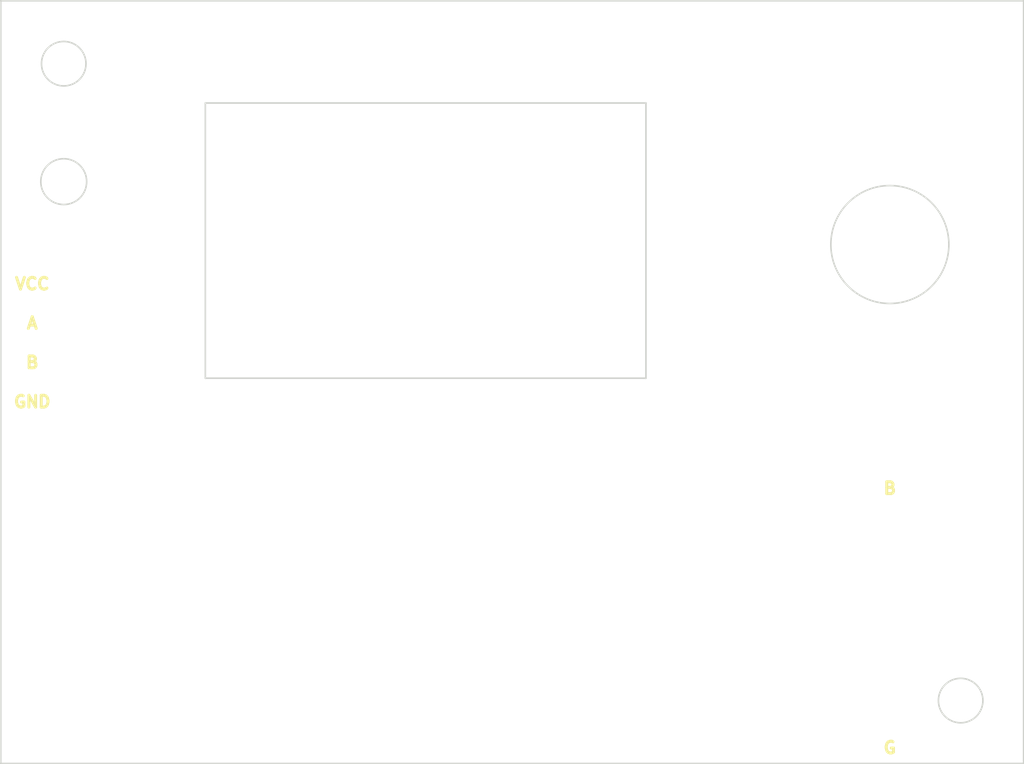
<source format=kicad_pcb>
(kicad_pcb (version 3) (host pcbnew "(2013-07-07 BZR 4022)-stable")

  (general
    (links 0)
    (no_connects 0)
    (area 222.949999 130.6364 291.529863 185.550001)
    (thickness 1.6)
    (drawings 18)
    (tracks 197)
    (zones 0)
    (modules 0)
    (nets 1)
  )

  (page A3)
  (layers
    (15 F.Cu signal hide)
    (0 B.Cu signal hide)
    (16 B.Adhes user)
    (17 F.Adhes user)
    (18 B.Paste user)
    (19 F.Paste user)
    (20 B.SilkS user)
    (21 F.SilkS user)
    (22 B.Mask user hide)
    (23 F.Mask user hide)
    (24 Dwgs.User user)
    (25 Cmts.User user)
    (26 Eco1.User user)
    (27 Eco2.User user)
    (28 Edge.Cuts user)
  )

  (setup
    (last_trace_width 0.254)
    (trace_clearance 0.254)
    (zone_clearance 0.508)
    (zone_45_only no)
    (trace_min 0.254)
    (segment_width 0.2)
    (edge_width 0.1)
    (via_size 0.889)
    (via_drill 0.635)
    (via_min_size 0.889)
    (via_min_drill 0.508)
    (uvia_size 0.508)
    (uvia_drill 0.127)
    (uvias_allowed no)
    (uvia_min_size 0.508)
    (uvia_min_drill 0.127)
    (pcb_text_width 0.3)
    (pcb_text_size 1.5 1.5)
    (mod_edge_width 0.15)
    (mod_text_size 1 1)
    (mod_text_width 0.15)
    (pad_size 3.5 3.5)
    (pad_drill 2.75)
    (pad_to_mask_clearance 0)
    (aux_axis_origin 0 0)
    (visible_elements 7FFE7BCF)
    (pcbplotparams
      (layerselection 268435456)
      (usegerberextensions false)
      (excludeedgelayer true)
      (linewidth 0.150000)
      (plotframeref false)
      (viasonmask false)
      (mode 1)
      (useauxorigin false)
      (hpglpennumber 1)
      (hpglpenspeed 20)
      (hpglpendiameter 15)
      (hpglpenoverlay 2)
      (psnegative false)
      (psa4output false)
      (plotreference true)
      (plotvalue true)
      (plotothertext true)
      (plotinvisibletext false)
      (padsonsilk false)
      (subtractmaskfromsilk false)
      (outputformat 5)
      (mirror false)
      (drillshape 0)
      (scaleselection 1)
      (outputdirectory case/))
  )

  (net 0 "")

  (net_class Default "This is the default net class."
    (clearance 0.254)
    (trace_width 0.254)
    (via_dia 0.889)
    (via_drill 0.635)
    (uvia_dia 0.508)
    (uvia_drill 0.127)
    (add_net "")
  )

  (gr_line (start 13 24) (end 13 6.5) (angle 90) (layer Edge.Cuts) (width 0.1))
  (gr_line (start 41 24) (end 13 24) (angle 90) (layer Edge.Cuts) (width 0.1))
  (gr_line (start 41 6.5) (end 41 24) (angle 90) (layer Edge.Cuts) (width 0.1))
  (gr_line (start 13 6.5) (end 41 6.5) (angle 90) (layer Edge.Cuts) (width 0.1))
  (gr_circle (center 56.5 15.5) (end 59.5 17.75) (layer Edge.Cuts) (width 0.1))
  (gr_circle (center 4 11.5) (end 5.25 12.25) (layer Edge.Cuts) (width 0.1))
  (gr_circle (center 61 44.5) (end 62 45.5) (layer Edge.Cuts) (width 0.1))
  (gr_circle (center 4 4) (end 5 5) (layer Edge.Cuts) (width 0.1))
  (gr_text G (at 56.5 47.5) (layer F.SilkS)
    (effects (font (size 0.75 0.75) (thickness 0.1875)))
  )
  (gr_text B (at 56.5 31) (layer F.SilkS)
    (effects (font (size 0.75 0.75) (thickness 0.1875)))
  )
  (gr_text GND (at 2 25.5) (layer F.SilkS)
    (effects (font (size 0.75 0.75) (thickness 0.1875)))
  )
  (gr_text B (at 2 23) (layer F.SilkS)
    (effects (font (size 0.75 0.75) (thickness 0.1875)))
  )
  (gr_text A (at 2 20.5) (layer F.SilkS)
    (effects (font (size 0.75 0.75) (thickness 0.1875)))
  )
  (gr_text VCC (at 2 18) (layer F.SilkS)
    (effects (font (size 0.75 0.75) (thickness 0.1875)))
  )
  (gr_line (start 0 48.5) (end 0 0) (angle 90) (layer Edge.Cuts) (width 0.1))
  (gr_line (start 65 48.5) (end 0 48.5) (angle 90) (layer Edge.Cuts) (width 0.1))
  (gr_line (start 65 0) (end 65 48.5) (angle 90) (layer Edge.Cuts) (width 0.1))
  (gr_line (start 0 0) (end 65 0) (angle 90) (layer Edge.Cuts) (width 0.1))

  (segment (start 258.8027 139.103) (end 276.96 139.103) (width 0.254) (layer F.Cu) (net 0))
  (segment (start 257.4933 140.4124) (end 258.8027 139.103) (width 0.254) (layer F.Cu) (net 0))
  (segment (start 257.4933 141.127) (end 257.4933 140.4124) (width 0.254) (layer F.Cu) (net 0))
  (segment (start 256.35 141.127) (end 257.4933 141.127) (width 0.254) (layer F.Cu) (net 0))
  (segment (start 281.9994 145.4998) (end 280.9946 145.4998) (width 0.254) (layer F.Cu) (net 0))
  (segment (start 258.89 140.873) (end 260.0333 140.873) (width 0.254) (layer F.Cu) (net 0))
  (segment (start 280.8823 140.2607) (end 282.04 139.103) (width 0.254) (layer F.Cu) (net 0))
  (segment (start 280.8823 145.4998) (end 280.8823 140.2607) (width 0.254) (layer F.Cu) (net 0))
  (segment (start 280.8823 145.4998) (end 280.9946 145.4998) (width 0.254) (layer F.Cu) (net 0))
  (segment (start 279.8702 146.5119) (end 280.8823 145.4998) (width 0.254) (layer F.Cu) (net 0))
  (segment (start 276.758 143.3997) (end 279.8702 146.5119) (width 0.254) (layer F.Cu) (net 0))
  (segment (start 262.56 143.3997) (end 276.758 143.3997) (width 0.254) (layer F.Cu) (net 0))
  (segment (start 260.0333 140.873) (end 262.56 143.3997) (width 0.254) (layer F.Cu) (net 0))
  (segment (start 279.8702 158.2495) (end 279.5 158.6197) (width 0.254) (layer F.Cu) (net 0))
  (segment (start 279.8702 146.5119) (end 279.8702 158.2495) (width 0.254) (layer F.Cu) (net 0))
  (segment (start 279.5 160.0006) (end 279.5 158.6197) (width 0.254) (layer F.Cu) (net 0))
  (segment (start 256.35 141.127) (end 255.2067 141.127) (width 0.254) (layer B.Cu) (net 0))
  (segment (start 227.373 155.19) (end 228.9812 155.19) (width 0.254) (layer B.Cu) (net 0))
  (segment (start 237.1048 155.19) (end 228.9812 155.19) (width 0.254) (layer B.Cu) (net 0))
  (segment (start 237.1048 155.1899) (end 237.1048 155.19) (width 0.254) (layer B.Cu) (net 0))
  (segment (start 241.644 155.1899) (end 237.1048 155.1899) (width 0.254) (layer B.Cu) (net 0))
  (segment (start 255.2067 141.6272) (end 241.644 155.1899) (width 0.254) (layer B.Cu) (net 0))
  (segment (start 255.2067 141.127) (end 255.2067 141.6272) (width 0.254) (layer B.Cu) (net 0))
  (segment (start 237.1048 175.6252) (end 236.73 176) (width 0.254) (layer B.Cu) (net 0))
  (segment (start 237.1048 155.19) (end 237.1048 175.6252) (width 0.254) (layer B.Cu) (net 0))
  (segment (start 251.27 168.38) (end 251.27 170.0682) (width 0.254) (layer F.Cu) (net 0))
  (segment (start 248.73 183.62) (end 248.73 181.9318) (width 0.254) (layer F.Cu) (net 0))
  (segment (start 251.27 168.38) (end 251.27 166.6918) (width 0.254) (layer F.Cu) (net 0))
  (segment (start 248.2854 166.6918) (end 251.27 166.6918) (width 0.254) (layer F.Cu) (net 0))
  (segment (start 247.46 167.5172) (end 248.2854 166.6918) (width 0.254) (layer F.Cu) (net 0))
  (segment (start 247.46 170.627) (end 247.46 167.5172) (width 0.254) (layer F.Cu) (net 0))
  (segment (start 243.1861 174.9009) (end 247.46 170.627) (width 0.254) (layer F.Cu) (net 0))
  (segment (start 237.8291 174.9009) (end 243.1861 174.9009) (width 0.254) (layer F.Cu) (net 0))
  (segment (start 236.73 176) (end 237.8291 174.9009) (width 0.254) (layer F.Cu) (net 0))
  (segment (start 244 177.2018) (end 248.73 181.9318) (width 0.254) (layer F.Cu) (net 0))
  (segment (start 244 175.7148) (end 244 177.2018) (width 0.254) (layer F.Cu) (net 0))
  (segment (start 243.1861 174.9009) (end 244 175.7148) (width 0.254) (layer F.Cu) (net 0))
  (segment (start 275.92 174.88) (end 279.373 174.88) (width 0.254) (layer F.Cu) (net 0))
  (segment (start 272 178.8) (end 275.92 174.88) (width 0.254) (layer F.Cu) (net 0))
  (segment (start 271.424 179.376) (end 272 178.8) (width 0.254) (layer F.Cu) (net 0))
  (segment (start 265.9543 179.376) (end 271.424 179.376) (width 0.254) (layer F.Cu) (net 0))
  (segment (start 258.1436 171.5653) (end 265.9543 179.376) (width 0.254) (layer F.Cu) (net 0))
  (segment (start 252.7671 171.5653) (end 258.1436 171.5653) (width 0.254) (layer F.Cu) (net 0))
  (segment (start 251.27 170.0682) (end 252.7671 171.5653) (width 0.254) (layer F.Cu) (net 0))
  (via (at 266.2963 178.5502) (size 0.889) (layers F.Cu B.Cu) (net 0))
  (segment (start 224.7394 151.7512) (end 224.7394 145.2488) (width 0.254) (layer B.Cu) (net 0))
  (segment (start 266.51 178.7639) (end 266.2963 178.5502) (width 0.254) (layer B.Cu) (net 0))
  (segment (start 266.51 183.62) (end 266.51 178.7639) (width 0.254) (layer B.Cu) (net 0))
  (segment (start 257.8143 170.0682) (end 266.2963 178.5502) (width 0.254) (layer F.Cu) (net 0))
  (segment (start 255.9166 170.0682) (end 257.8143 170.0682) (width 0.254) (layer F.Cu) (net 0))
  (segment (start 255.08 169.2316) (end 255.9166 170.0682) (width 0.254) (layer F.Cu) (net 0))
  (segment (start 255.08 167.5137) (end 255.08 169.2316) (width 0.254) (layer F.Cu) (net 0))
  (segment (start 241.4652 153.8989) (end 255.08 167.5137) (width 0.254) (layer F.Cu) (net 0))
  (segment (start 226.8871 153.8989) (end 241.4652 153.8989) (width 0.254) (layer F.Cu) (net 0))
  (segment (start 224.7394 151.7512) (end 226.8871 153.8989) (width 0.254) (layer F.Cu) (net 0))
  (segment (start 277.0006 160.0006) (end 278.1325 160.0006) (width 0.254) (layer F.Cu) (net 0))
  (segment (start 263.97 183.62) (end 263.97 181.9318) (width 0.254) (layer F.Cu) (net 0))
  (segment (start 278.1325 161.1325) (end 278.1325 160.0006) (width 0.254) (layer F.Cu) (net 0))
  (segment (start 280.9523 163.9523) (end 278.1325 161.1325) (width 0.254) (layer F.Cu) (net 0))
  (segment (start 280.9523 183.0639) (end 280.9523 163.9523) (width 0.254) (layer F.Cu) (net 0))
  (segment (start 280.1882 183.828) (end 280.9523 183.0639) (width 0.254) (layer F.Cu) (net 0))
  (segment (start 278.5224 183.828) (end 280.1882 183.828) (width 0.254) (layer F.Cu) (net 0))
  (segment (start 276.6262 181.9318) (end 278.5224 183.828) (width 0.254) (layer F.Cu) (net 0))
  (segment (start 263.97 181.9318) (end 276.6262 181.9318) (width 0.254) (layer F.Cu) (net 0))
  (segment (start 261.43 183.62) (end 261.43 181.9318) (width 0.254) (layer B.Cu) (net 0))
  (segment (start 279.373 179.6387) (end 279.373 179.96) (width 0.254) (layer B.Cu) (net 0))
  (segment (start 281.9994 177.0123) (end 279.373 179.6387) (width 0.254) (layer B.Cu) (net 0))
  (segment (start 281.9994 160.0006) (end 281.9994 177.0123) (width 0.254) (layer B.Cu) (net 0))
  (segment (start 277.4151 177.6808) (end 279.373 179.6387) (width 0.254) (layer B.Cu) (net 0))
  (segment (start 265.681 177.6808) (end 277.4151 177.6808) (width 0.254) (layer B.Cu) (net 0))
  (segment (start 261.43 181.9318) (end 265.681 177.6808) (width 0.254) (layer B.Cu) (net 0))
  (via (at 263.117 151.8314) (size 0.889) (layers F.Cu B.Cu) (net 0))
  (segment (start 232.3851 181.9318) (end 230.95 181.9318) (width 0.254) (layer B.Cu) (net 0))
  (segment (start 238 176.3169) (end 232.3851 181.9318) (width 0.254) (layer B.Cu) (net 0))
  (segment (start 238 175.7024) (end 238 176.3169) (width 0.254) (layer B.Cu) (net 0))
  (segment (start 243.6341 170.0683) (end 238 175.7024) (width 0.254) (layer B.Cu) (net 0))
  (segment (start 246.6538 170.0683) (end 243.6341 170.0683) (width 0.254) (layer B.Cu) (net 0))
  (segment (start 247.46 169.2621) (end 246.6538 170.0683) (width 0.254) (layer B.Cu) (net 0))
  (segment (start 247.46 167.4884) (end 247.46 169.2621) (width 0.254) (layer B.Cu) (net 0))
  (segment (start 263.117 151.8314) (end 247.46 167.4884) (width 0.254) (layer B.Cu) (net 0))
  (segment (start 269.5371 151.8314) (end 263.117 151.8314) (width 0.254) (layer F.Cu) (net 0))
  (segment (start 275.8687 145.4998) (end 269.5371 151.8314) (width 0.254) (layer F.Cu) (net 0))
  (segment (start 230.95 183.62) (end 230.95 181.9318) (width 0.254) (layer B.Cu) (net 0))
  (segment (start 277.0006 145.4998) (end 275.8687 145.4998) (width 0.254) (layer F.Cu) (net 0))
  (segment (start 279.5 169.673) (end 279.373 169.8) (width 0.254) (layer B.Cu) (net 0))
  (segment (start 279.5 160.0006) (end 279.5 169.673) (width 0.254) (layer B.Cu) (net 0))
  (segment (start 229.2606 145.2488) (end 229.2606 151.7512) (width 0.254) (layer F.Cu) (net 0))
  (segment (start 227.627 162.81) (end 227.627 163.9533) (width 0.254) (layer F.Cu) (net 0))
  (segment (start 228.6556 163.9533) (end 227.627 163.9533) (width 0.254) (layer F.Cu) (net 0))
  (segment (start 232.3998 167.6975) (end 228.6556 163.9533) (width 0.254) (layer F.Cu) (net 0))
  (segment (start 232.3998 173.2056) (end 232.3998 167.6975) (width 0.254) (layer F.Cu) (net 0))
  (segment (start 236.3037 177.1095) (end 232.3998 173.2056) (width 0.254) (layer F.Cu) (net 0))
  (segment (start 238.1605 177.1095) (end 236.3037 177.1095) (width 0.254) (layer F.Cu) (net 0))
  (segment (start 239.27 176) (end 238.1605 177.1095) (width 0.254) (layer F.Cu) (net 0))
  (segment (start 248.73 168.38) (end 248.73 169.9411) (width 0.254) (layer B.Cu) (net 0))
  (segment (start 243.0242 172.2458) (end 239.27 176) (width 0.254) (layer B.Cu) (net 0))
  (segment (start 246.4253 172.2458) (end 243.0242 172.2458) (width 0.254) (layer B.Cu) (net 0))
  (segment (start 248.73 169.9411) (end 246.4253 172.2458) (width 0.254) (layer B.Cu) (net 0))
  (segment (start 254.6618 176) (end 256.5 176) (width 0.254) (layer F.Cu) (net 0))
  (segment (start 248.73 170.0682) (end 254.6618 176) (width 0.254) (layer F.Cu) (net 0))
  (segment (start 248.73 168.38) (end 248.73 170.0682) (width 0.254) (layer F.Cu) (net 0))
  (segment (start 279.627 170.054) (end 279.627 172.34) (width 0.254) (layer B.Cu) (net 0))
  (segment (start 279.373 169.8) (end 279.627 170.054) (width 0.254) (layer B.Cu) (net 0))
  (segment (start 251.27 176.8217) (end 251.27 183.62) (width 0.254) (layer B.Cu) (net 0))
  (segment (start 255.9656 172.1261) (end 251.27 176.8217) (width 0.254) (layer B.Cu) (net 0))
  (segment (start 257.0376 172.1261) (end 255.9656 172.1261) (width 0.254) (layer B.Cu) (net 0))
  (segment (start 257.8713 172.9598) (end 257.0376 172.1261) (width 0.254) (layer B.Cu) (net 0))
  (segment (start 257.8713 175.2163) (end 257.8713 172.9598) (width 0.254) (layer B.Cu) (net 0))
  (segment (start 276.7507 175.2163) (end 257.8713 175.2163) (width 0.254) (layer B.Cu) (net 0))
  (segment (start 279.627 172.34) (end 276.7507 175.2163) (width 0.254) (layer B.Cu) (net 0))
  (segment (start 257.2837 175.2163) (end 256.5 176) (width 0.254) (layer B.Cu) (net 0))
  (segment (start 257.8713 175.2163) (end 257.2837 175.2163) (width 0.254) (layer B.Cu) (net 0))
  (segment (start 228.1404 161.6667) (end 227.627 161.6667) (width 0.254) (layer B.Cu) (net 0))
  (segment (start 228.9925 160.8146) (end 228.1404 161.6667) (width 0.254) (layer B.Cu) (net 0))
  (segment (start 228.9925 157.2147) (end 228.9925 160.8146) (width 0.254) (layer B.Cu) (net 0))
  (segment (start 228.2378 156.46) (end 228.9925 157.2147) (width 0.254) (layer B.Cu) (net 0))
  (segment (start 226.778 156.46) (end 228.2378 156.46) (width 0.254) (layer B.Cu) (net 0))
  (segment (start 225.9913 155.6733) (end 226.778 156.46) (width 0.254) (layer B.Cu) (net 0))
  (segment (start 225.9913 154.6616) (end 225.9913 155.6733) (width 0.254) (layer B.Cu) (net 0))
  (segment (start 228.9017 151.7512) (end 225.9913 154.6616) (width 0.254) (layer B.Cu) (net 0))
  (segment (start 229.2606 151.7512) (end 228.9017 151.7512) (width 0.254) (layer B.Cu) (net 0))
  (segment (start 227.627 162.81) (end 227.627 161.6667) (width 0.254) (layer B.Cu) (net 0))
  (segment (start 252.54 172.19) (end 241.11 183.62) (width 0.254) (layer B.Cu) (net 0))
  (segment (start 252.54 167.4603) (end 252.54 172.19) (width 0.254) (layer B.Cu) (net 0))
  (segment (start 276.96 143.0403) (end 252.54 167.4603) (width 0.254) (layer B.Cu) (net 0))
  (segment (start 276.96 141.897) (end 276.96 143.0403) (width 0.254) (layer B.Cu) (net 0))
  (segment (start 238.57 183.62) (end 238.57 181.9318) (width 0.254) (layer B.Cu) (net 0))
  (segment (start 278.1772 140.6798) (end 279.5 139.357) (width 0.254) (layer B.Cu) (net 0))
  (segment (start 276.088 140.6798) (end 278.1772 140.6798) (width 0.254) (layer B.Cu) (net 0))
  (segment (start 250.1512 166.6166) (end 276.088 140.6798) (width 0.254) (layer B.Cu) (net 0))
  (segment (start 250.1512 172.6673) (end 250.1512 166.6166) (width 0.254) (layer B.Cu) (net 0))
  (segment (start 240.8867 181.9318) (end 250.1512 172.6673) (width 0.254) (layer B.Cu) (net 0))
  (segment (start 238.57 181.9318) (end 240.8867 181.9318) (width 0.254) (layer B.Cu) (net 0))
  (segment (start 278.032 180.905) (end 279.627 182.5) (width 0.254) (layer F.Cu) (net 0))
  (segment (start 250.175 180.905) (end 278.032 180.905) (width 0.254) (layer F.Cu) (net 0))
  (segment (start 245.27 176) (end 250.175 180.905) (width 0.254) (layer F.Cu) (net 0))
  (segment (start 226.923 158.8733) (end 227.627 158.8733) (width 0.254) (layer B.Cu) (net 0))
  (segment (start 224.8358 160.9605) (end 226.923 158.8733) (width 0.254) (layer B.Cu) (net 0))
  (segment (start 224.8358 180.8976) (end 224.8358 160.9605) (width 0.254) (layer B.Cu) (net 0))
  (segment (start 225.87 181.9318) (end 224.8358 180.8976) (width 0.254) (layer B.Cu) (net 0))
  (segment (start 225.87 183.62) (end 225.87 181.9318) (width 0.254) (layer B.Cu) (net 0))
  (segment (start 227.627 157.73) (end 227.627 158.8733) (width 0.254) (layer B.Cu) (net 0))
  (segment (start 225.9931 161.6499) (end 227.373 160.27) (width 0.254) (layer B.Cu) (net 0))
  (segment (start 225.9931 163.3449) (end 225.9931 161.6499) (width 0.254) (layer B.Cu) (net 0))
  (segment (start 227.3759 164.7277) (end 225.9931 163.3449) (width 0.254) (layer B.Cu) (net 0))
  (segment (start 227.3759 180.8977) (end 227.3759 164.7277) (width 0.254) (layer B.Cu) (net 0))
  (segment (start 228.41 181.9318) (end 227.3759 180.8977) (width 0.254) (layer B.Cu) (net 0))
  (segment (start 228.41 183.62) (end 228.41 181.9318) (width 0.254) (layer B.Cu) (net 0))
  (segment (start 274.13 168.38) (end 274.13 166.6918) (width 0.254) (layer B.Cu) (net 0))
  (segment (start 278.1638 162.658) (end 274.13 166.6918) (width 0.254) (layer B.Cu) (net 0))
  (segment (start 278.1638 147.432) (end 278.1638 162.658) (width 0.254) (layer B.Cu) (net 0))
  (segment (start 282.04 143.5558) (end 278.1638 147.432) (width 0.254) (layer B.Cu) (net 0))
  (segment (start 282.04 141.897) (end 282.04 143.5558) (width 0.254) (layer B.Cu) (net 0))
  (segment (start 272 172.1982) (end 272 174.2) (width 0.254) (layer F.Cu) (net 0))
  (segment (start 274.13 170.0682) (end 272 172.1982) (width 0.254) (layer F.Cu) (net 0))
  (segment (start 274.13 168.38) (end 274.13 170.0682) (width 0.254) (layer F.Cu) (net 0))
  (segment (start 280.8546 140.7116) (end 282.04 141.897) (width 0.254) (layer B.Cu) (net 0))
  (segment (start 280.8546 139.0613) (end 280.8546 140.7116) (width 0.254) (layer B.Cu) (net 0))
  (segment (start 279.696 137.9027) (end 280.8546 139.0613) (width 0.254) (layer B.Cu) (net 0))
  (segment (start 252.3434 137.9027) (end 279.696 137.9027) (width 0.254) (layer B.Cu) (net 0))
  (segment (start 249.8733 140.3728) (end 252.3434 137.9027) (width 0.254) (layer B.Cu) (net 0))
  (segment (start 249.8733 140.873) (end 249.8733 140.3728) (width 0.254) (layer B.Cu) (net 0))
  (segment (start 248.73 140.873) (end 249.8733 140.873) (width 0.254) (layer B.Cu) (net 0))
  (segment (start 246.19 181.1295) (end 246.19 183.62) (width 0.254) (layer B.Cu) (net 0))
  (segment (start 255.7018 171.6177) (end 246.19 181.1295) (width 0.254) (layer B.Cu) (net 0))
  (segment (start 269.4177 171.6177) (end 255.7018 171.6177) (width 0.254) (layer B.Cu) (net 0))
  (segment (start 272 174.2) (end 269.4177 171.6177) (width 0.254) (layer B.Cu) (net 0))
  (segment (start 242.73 178.4718) (end 242.73 176) (width 0.254) (layer F.Cu) (net 0))
  (segment (start 246.19 181.9318) (end 242.73 178.4718) (width 0.254) (layer F.Cu) (net 0))
  (segment (start 246.19 183.62) (end 246.19 181.9318) (width 0.254) (layer F.Cu) (net 0))
  (segment (start 255.261 170.3208) (end 243.65 181.9318) (width 0.254) (layer B.Cu) (net 0))
  (segment (start 255.261 167.3393) (end 255.261 170.3208) (width 0.254) (layer B.Cu) (net 0))
  (segment (start 273.6552 148.9451) (end 255.261 167.3393) (width 0.254) (layer B.Cu) (net 0))
  (segment (start 275.4414 148.9451) (end 273.6552 148.9451) (width 0.254) (layer B.Cu) (net 0))
  (segment (start 279.5 144.8865) (end 275.4414 148.9451) (width 0.254) (layer B.Cu) (net 0))
  (segment (start 279.5 141.643) (end 279.5 144.8865) (width 0.254) (layer B.Cu) (net 0))
  (segment (start 243.65 183.62) (end 243.65 181.9318) (width 0.254) (layer B.Cu) (net 0))
  (segment (start 271.59 165.5329) (end 271.59 168.38) (width 0.254) (layer F.Cu) (net 0))
  (segment (start 267.0525 160.9954) (end 271.59 165.5329) (width 0.254) (layer F.Cu) (net 0))
  (segment (start 264.2011 160.9954) (end 267.0525 160.9954) (width 0.254) (layer F.Cu) (net 0))
  (segment (start 244.7933 141.5876) (end 264.2011 160.9954) (width 0.254) (layer F.Cu) (net 0))
  (segment (start 244.7933 140.873) (end 244.7933 141.5876) (width 0.254) (layer F.Cu) (net 0))
  (segment (start 243.65 140.873) (end 244.7933 140.873) (width 0.254) (layer F.Cu) (net 0))
  (segment (start 266.6748 166.6918) (end 269.05 166.6918) (width 0.254) (layer F.Cu) (net 0))
  (segment (start 242.2533 142.2703) (end 266.6748 166.6918) (width 0.254) (layer F.Cu) (net 0))
  (segment (start 242.2533 141.127) (end 242.2533 142.2703) (width 0.254) (layer F.Cu) (net 0))
  (segment (start 241.11 141.127) (end 242.2533 141.127) (width 0.254) (layer F.Cu) (net 0))
  (segment (start 269.05 168.38) (end 269.05 166.6918) (width 0.254) (layer F.Cu) (net 0))
  (segment (start 256.5 181.7818) (end 256.5 178.54) (width 0.254) (layer B.Cu) (net 0))
  (segment (start 256.35 181.9318) (end 256.5 181.7818) (width 0.254) (layer B.Cu) (net 0))
  (segment (start 256.35 183.62) (end 256.35 181.9318) (width 0.254) (layer B.Cu) (net 0))
  (segment (start 253.81 176.15) (end 256.5 173.46) (width 0.254) (layer B.Cu) (net 0))
  (segment (start 253.81 183.62) (end 253.81 176.15) (width 0.254) (layer B.Cu) (net 0))
  (segment (start 279.3407 177.1337) (end 279.627 177.42) (width 0.254) (layer B.Cu) (net 0))
  (segment (start 263.6881 177.1337) (end 279.3407 177.1337) (width 0.254) (layer B.Cu) (net 0))
  (segment (start 258.89 181.9318) (end 263.6881 177.1337) (width 0.254) (layer B.Cu) (net 0))
  (segment (start 258.89 183.62) (end 258.89 181.9318) (width 0.254) (layer B.Cu) (net 0))

)

</source>
